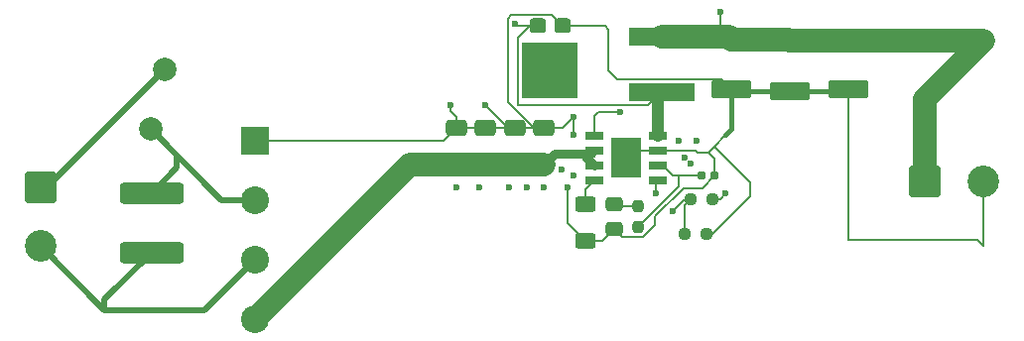
<source format=gbr>
%TF.GenerationSoftware,KiCad,Pcbnew,9.0.6*%
%TF.CreationDate,2025-11-14T16:09:11+05:30*%
%TF.ProjectId,fiveV_2A_LPS,66697665-565f-4324-915f-4c50532e6b69,rev?*%
%TF.SameCoordinates,Original*%
%TF.FileFunction,Copper,L1,Top*%
%TF.FilePolarity,Positive*%
%FSLAX46Y46*%
G04 Gerber Fmt 4.6, Leading zero omitted, Abs format (unit mm)*
G04 Created by KiCad (PCBNEW 9.0.6) date 2025-11-14 16:09:11*
%MOMM*%
%LPD*%
G01*
G04 APERTURE LIST*
G04 Aperture macros list*
%AMRoundRect*
0 Rectangle with rounded corners*
0 $1 Rounding radius*
0 $2 $3 $4 $5 $6 $7 $8 $9 X,Y pos of 4 corners*
0 Add a 4 corners polygon primitive as box body*
4,1,4,$2,$3,$4,$5,$6,$7,$8,$9,$2,$3,0*
0 Add four circle primitives for the rounded corners*
1,1,$1+$1,$2,$3*
1,1,$1+$1,$4,$5*
1,1,$1+$1,$6,$7*
1,1,$1+$1,$8,$9*
0 Add four rect primitives between the rounded corners*
20,1,$1+$1,$2,$3,$4,$5,0*
20,1,$1+$1,$4,$5,$6,$7,0*
20,1,$1+$1,$6,$7,$8,$9,0*
20,1,$1+$1,$8,$9,$2,$3,0*%
G04 Aperture macros list end*
%TA.AperFunction,Conductor*%
%ADD10C,0.200000*%
%TD*%
%TA.AperFunction,SMDPad,CuDef*%
%ADD11RoundRect,0.250000X0.650000X-0.412500X0.650000X0.412500X-0.650000X0.412500X-0.650000X-0.412500X0*%
%TD*%
%TA.AperFunction,SMDPad,CuDef*%
%ADD12RoundRect,0.237500X0.250000X0.237500X-0.250000X0.237500X-0.250000X-0.237500X0.250000X-0.237500X0*%
%TD*%
%TA.AperFunction,SMDPad,CuDef*%
%ADD13RoundRect,0.250000X-0.625000X0.400000X-0.625000X-0.400000X0.625000X-0.400000X0.625000X0.400000X0*%
%TD*%
%TA.AperFunction,ComponentPad*%
%ADD14RoundRect,0.250001X-1.099999X1.099999X-1.099999X-1.099999X1.099999X-1.099999X1.099999X1.099999X0*%
%TD*%
%TA.AperFunction,ComponentPad*%
%ADD15C,2.700000*%
%TD*%
%TA.AperFunction,SMDPad,CuDef*%
%ADD16RoundRect,0.317500X-0.382500X-0.317500X0.382500X-0.317500X0.382500X0.317500X-0.382500X0.317500X0*%
%TD*%
%TA.AperFunction,SMDPad,CuDef*%
%ADD17R,4.800000X4.720000*%
%TD*%
%TA.AperFunction,SMDPad,CuDef*%
%ADD18RoundRect,0.237500X0.237500X-0.250000X0.237500X0.250000X-0.237500X0.250000X-0.237500X-0.250000X0*%
%TD*%
%TA.AperFunction,ComponentPad*%
%ADD19RoundRect,0.250001X-1.099999X-1.099999X1.099999X-1.099999X1.099999X1.099999X-1.099999X1.099999X0*%
%TD*%
%TA.AperFunction,SMDPad,CuDef*%
%ADD20RoundRect,0.155000X-0.212500X-0.155000X0.212500X-0.155000X0.212500X0.155000X-0.212500X0.155000X0*%
%TD*%
%TA.AperFunction,SMDPad,CuDef*%
%ADD21RoundRect,0.250000X-1.450000X0.537500X-1.450000X-0.537500X1.450000X-0.537500X1.450000X0.537500X0*%
%TD*%
%TA.AperFunction,SMDPad,CuDef*%
%ADD22R,5.700000X1.600000*%
%TD*%
%TA.AperFunction,SMDPad,CuDef*%
%ADD23RoundRect,0.250000X-0.475000X0.337500X-0.475000X-0.337500X0.475000X-0.337500X0.475000X0.337500X0*%
%TD*%
%TA.AperFunction,SMDPad,CuDef*%
%ADD24R,1.522000X0.700000*%
%TD*%
%TA.AperFunction,SMDPad,CuDef*%
%ADD25R,2.500000X3.500000*%
%TD*%
%TA.AperFunction,SMDPad,CuDef*%
%ADD26RoundRect,0.250000X2.450000X-0.650000X2.450000X0.650000X-2.450000X0.650000X-2.450000X-0.650000X0*%
%TD*%
%TA.AperFunction,ComponentPad*%
%ADD27C,2.010000*%
%TD*%
%TA.AperFunction,ComponentPad*%
%ADD28R,2.385000X2.385000*%
%TD*%
%TA.AperFunction,ComponentPad*%
%ADD29C,2.385000*%
%TD*%
%TA.AperFunction,SMDPad,CuDef*%
%ADD30RoundRect,0.237500X-0.250000X-0.237500X0.250000X-0.237500X0.250000X0.237500X-0.250000X0.237500X0*%
%TD*%
%TA.AperFunction,ViaPad*%
%ADD31C,0.250000*%
%TD*%
%TA.AperFunction,ViaPad*%
%ADD32C,0.600000*%
%TD*%
%TA.AperFunction,Conductor*%
%ADD33C,0.800000*%
%TD*%
%TA.AperFunction,Conductor*%
%ADD34C,2.000000*%
%TD*%
%TA.AperFunction,Conductor*%
%ADD35C,0.500000*%
%TD*%
%TA.AperFunction,Conductor*%
%ADD36C,0.400000*%
%TD*%
%TA.AperFunction,Conductor*%
%ADD37C,1.000000*%
%TD*%
G04 APERTURE END LIST*
D10*
%TO.N,+5V*%
X232500000Y-93000000D02*
X233500000Y-93000000D01*
X236500000Y-93000000D02*
X239000000Y-93000000D01*
%TD*%
D11*
%TO.P,C2,1*%
%TO.N,+VDC*%
X209500000Y-103562500D03*
%TO.P,C2,2*%
%TO.N,GND*%
X209500000Y-100437500D03*
%TD*%
%TO.P,C3,1*%
%TO.N,+VDC*%
X217000000Y-103562500D03*
%TO.P,C3,2*%
%TO.N,GND*%
X217000000Y-100437500D03*
%TD*%
D12*
%TO.P,R3,1*%
%TO.N,+5V*%
X231325000Y-106500000D03*
%TO.P,R3,2*%
%TO.N,Net-(IC1-FB)*%
X229500000Y-106500000D03*
%TD*%
D13*
%TO.P,R1,1*%
%TO.N,Net-(IC1-RT{slash}SYNC)*%
X220500000Y-106950000D03*
%TO.P,R1,2*%
%TO.N,GND*%
X220500000Y-110050000D03*
%TD*%
D14*
%TO.P,J1,1,Pin_1*%
%TO.N,Net-(J1-Pin_1)*%
X174000000Y-105500000D03*
D15*
%TO.P,J1,2,Pin_2*%
%TO.N,NEUT*%
X174000000Y-110500000D03*
%TD*%
D16*
%TO.P,D1,1,K*%
%TO.N,Net-(D1-K)*%
X216460000Y-91735000D03*
%TO.P,D1,2,A*%
%TO.N,GND*%
X218540000Y-91735000D03*
D17*
%TO.P,D1,3*%
%TO.N,N/C*%
X217500000Y-95540000D03*
%TD*%
D18*
%TO.P,R2,1*%
%TO.N,Net-(IC1-COMP)*%
X225000000Y-108912500D03*
%TO.P,R2,2*%
%TO.N,Net-(C6-Pad1)*%
X225000000Y-107087500D03*
%TD*%
D19*
%TO.P,J2,1,Pin_1*%
%TO.N,+5V*%
X249500000Y-105000000D03*
D15*
%TO.P,J2,2,Pin_2*%
%TO.N,GND*%
X254500000Y-105000000D03*
%TD*%
D20*
%TO.P,C7,1*%
%TO.N,Net-(IC1-COMP)*%
X230432500Y-104500000D03*
%TO.P,C7,2*%
%TO.N,GND*%
X231567500Y-104500000D03*
%TD*%
D11*
%TO.P,C5,1*%
%TO.N,+VDC*%
X212000000Y-103562500D03*
%TO.P,C5,2*%
%TO.N,GND*%
X212000000Y-100437500D03*
%TD*%
D21*
%TO.P,C10,1*%
%TO.N,+5V*%
X243000000Y-92862500D03*
%TO.P,C10,2*%
%TO.N,GND*%
X243000000Y-97137500D03*
%TD*%
D22*
%TO.P,L1,1,1*%
%TO.N,Net-(D1-K)*%
X227000000Y-97350000D03*
%TO.P,L1,2,2*%
%TO.N,+5V*%
X227000000Y-92650000D03*
%TD*%
D23*
%TO.P,C6,1*%
%TO.N,Net-(C6-Pad1)*%
X223000000Y-106962500D03*
%TO.P,C6,2*%
%TO.N,GND*%
X223000000Y-109037500D03*
%TD*%
D24*
%TO.P,IC1,1,BOOT*%
%TO.N,Net-(IC1-BOOT)*%
X221286000Y-101095000D03*
%TO.P,IC1,2,VIN*%
%TO.N,+VDC*%
X221286000Y-102365000D03*
%TO.P,IC1,3,EN*%
X221286000Y-103635000D03*
%TO.P,IC1,4,RT/SYNC*%
%TO.N,Net-(IC1-RT{slash}SYNC)*%
X221286000Y-104905000D03*
%TO.P,IC1,5,FB*%
%TO.N,Net-(IC1-FB)*%
X226714000Y-104905000D03*
%TO.P,IC1,6,COMP*%
%TO.N,Net-(IC1-COMP)*%
X226714000Y-103635000D03*
%TO.P,IC1,7,GND_1*%
%TO.N,GND*%
X226714000Y-102365000D03*
%TO.P,IC1,8,SW*%
%TO.N,Net-(D1-K)*%
X226714000Y-101095000D03*
D25*
%TO.P,IC1,9,GND_2*%
%TO.N,GND*%
X224000000Y-103000000D03*
%TD*%
D26*
%TO.P,C1,1*%
%TO.N,NEUT*%
X183500000Y-111100000D03*
%TO.P,C1,2*%
%TO.N,AC*%
X183500000Y-106000000D03*
%TD*%
D21*
%TO.P,C8,1*%
%TO.N,+5V*%
X233000000Y-92862500D03*
%TO.P,C8,2*%
%TO.N,GND*%
X233000000Y-97137500D03*
%TD*%
D11*
%TO.P,C4,1*%
%TO.N,+VDC*%
X214500000Y-103562500D03*
%TO.P,C4,2*%
%TO.N,GND*%
X214500000Y-100437500D03*
%TD*%
D27*
%TO.P,F1,1*%
%TO.N,Net-(J1-Pin_1)*%
X184600000Y-95450000D03*
%TO.P,F1,2*%
%TO.N,AC*%
X183400000Y-100550000D03*
%TD*%
D28*
%TO.P,BR1,1,-*%
%TO.N,GND*%
X192346000Y-101500000D03*
D29*
%TO.P,BR1,2,~_1*%
%TO.N,AC*%
X192346000Y-106580000D03*
%TO.P,BR1,3,~_2*%
%TO.N,NEUT*%
X192346000Y-111660000D03*
%TO.P,BR1,4,+*%
%TO.N,+VDC*%
X192346000Y-116740000D03*
%TD*%
D30*
%TO.P,R4,1*%
%TO.N,Net-(IC1-FB)*%
X229000000Y-109510000D03*
%TO.P,R4,2*%
%TO.N,GND*%
X230825000Y-109510000D03*
%TD*%
D21*
%TO.P,C9,1*%
%TO.N,+5V*%
X238000000Y-93000000D03*
%TO.P,C9,2*%
%TO.N,GND*%
X238000000Y-97275000D03*
%TD*%
D31*
%TO.N,GND*%
X224500000Y-102000000D03*
X223500000Y-102000000D03*
D32*
X219500000Y-101000000D03*
X209000000Y-98500000D03*
X219500000Y-104500000D03*
X219500000Y-99500000D03*
X217000000Y-105500000D03*
X219000000Y-105500000D03*
D31*
X223500000Y-102500000D03*
D32*
X228500000Y-101500000D03*
X214000000Y-105500000D03*
X219500000Y-99500000D03*
X212000000Y-98500000D03*
X209500000Y-105500000D03*
D31*
X223500000Y-103000000D03*
D32*
X229000000Y-103000000D03*
X215500000Y-105500000D03*
D31*
X224500000Y-102500000D03*
D32*
X211500000Y-105500000D03*
D31*
X224500000Y-103000000D03*
D32*
X218500000Y-104000000D03*
X229500000Y-103500000D03*
X230000000Y-101500000D03*
%TO.N,+5V*%
X232000000Y-90500000D03*
X232500000Y-106000000D03*
%TO.N,Net-(D1-K)*%
X214500000Y-91500000D03*
%TO.N,Net-(IC1-BOOT)*%
X223500000Y-99066000D03*
%TO.N,Net-(IC1-FB)*%
X228000000Y-107500000D03*
X226500000Y-106000000D03*
%TD*%
D33*
%TO.N,+VDC*%
X217916500Y-102646000D02*
X220500000Y-102646000D01*
D34*
X192346000Y-116740000D02*
X205523500Y-103562500D01*
X205523500Y-103562500D02*
X212000000Y-103562500D01*
D33*
X220500000Y-102646000D02*
X220500000Y-102849000D01*
D34*
X214500000Y-103562500D02*
X217000000Y-103562500D01*
D33*
X220500000Y-102849000D02*
X221286000Y-103635000D01*
X217916500Y-102646000D02*
X217000000Y-103562500D01*
X220500000Y-102646000D02*
X221005000Y-102646000D01*
D34*
X212000000Y-103562500D02*
X214500000Y-103562500D01*
D35*
%TO.N,NEUT*%
X174000000Y-110500000D02*
X179500000Y-116000000D01*
X179500000Y-115100000D02*
X179500000Y-116000000D01*
X179500000Y-116000000D02*
X188006000Y-116000000D01*
X188006000Y-116000000D02*
X192346000Y-111660000D01*
X183500000Y-111100000D02*
X179500000Y-115100000D01*
%TO.N,AC*%
X189430000Y-106580000D02*
X192346000Y-106580000D01*
D10*
X183400000Y-100550000D02*
X185675000Y-102825000D01*
D35*
X185675000Y-102825000D02*
X185675000Y-103825000D01*
D10*
X185675000Y-102825000D02*
X186000000Y-103150000D01*
D35*
X183400000Y-100550000D02*
X189430000Y-106580000D01*
X185675000Y-103825000D02*
X183500000Y-106000000D01*
D10*
%TO.N,GND*%
X220500000Y-110050000D02*
X221987500Y-110050000D01*
X232111500Y-96249000D02*
X233000000Y-97137500D01*
D36*
X238000000Y-97275000D02*
X242862500Y-97275000D01*
D10*
X243000000Y-110000000D02*
X254000000Y-110000000D01*
X230067500Y-102500000D02*
X231000000Y-102500000D01*
X224026000Y-103026000D02*
X224000000Y-103000000D01*
X214500000Y-100437500D02*
X217000000Y-100437500D01*
X224635000Y-102365000D02*
X224000000Y-103000000D01*
X218500000Y-92000000D02*
X219000000Y-92000000D01*
X219500000Y-101000000D02*
X219500000Y-99500000D01*
X231500000Y-102000000D02*
X232500000Y-101000000D01*
X212000000Y-98500000D02*
X213937500Y-100437500D01*
X213899000Y-91101000D02*
X214201000Y-90799000D01*
X208437500Y-101500000D02*
X209500000Y-100437500D01*
X242862500Y-97275000D02*
X243000000Y-97137500D01*
X229932500Y-102365000D02*
X226714000Y-102365000D01*
X233637500Y-97137500D02*
X233775000Y-97275000D01*
X231567500Y-103067500D02*
X231000000Y-102500000D01*
X231339943Y-109510000D02*
X234601000Y-106248943D01*
X223663500Y-109701000D02*
X223000000Y-109037500D01*
X216100000Y-100437500D02*
X213899000Y-98236500D01*
X226479600Y-108000000D02*
X226479600Y-108688534D01*
X221987500Y-110050000D02*
X223000000Y-109037500D01*
X219500000Y-99500000D02*
X218562500Y-100437500D01*
X219000000Y-108550000D02*
X220500000Y-110050000D01*
X231567500Y-104500000D02*
X230488900Y-105578600D01*
X192346000Y-101500000D02*
X208437500Y-101500000D01*
X223249000Y-96249000D02*
X222500000Y-95500000D01*
X213899000Y-98236500D02*
X213899000Y-91101000D01*
X226479600Y-108688534D02*
X225467134Y-109701000D01*
X222500000Y-92000000D02*
X222235000Y-91735000D01*
X219000000Y-105500000D02*
X219000000Y-108550000D01*
D36*
X233000000Y-100500000D02*
X232500000Y-101000000D01*
D10*
X217000000Y-100437500D02*
X216100000Y-100437500D01*
X228901000Y-105578600D02*
X226479600Y-108000000D01*
X217604000Y-90799000D02*
X218540000Y-91735000D01*
X254500000Y-110500000D02*
X254500000Y-105000000D01*
X225467134Y-109701000D02*
X223663500Y-109701000D01*
X230825000Y-109510000D02*
X231339943Y-109510000D01*
X218562500Y-100437500D02*
X217000000Y-100437500D01*
X223249000Y-96249000D02*
X232111500Y-96249000D01*
X230067500Y-102500000D02*
X229932500Y-102365000D01*
X209500000Y-100437500D02*
X212000000Y-100437500D01*
X231000000Y-102500000D02*
X231500000Y-102000000D01*
X231567500Y-104500000D02*
X231567500Y-103067500D01*
X233000000Y-97137500D02*
X233637500Y-97137500D01*
X230488900Y-105578600D02*
X228901000Y-105578600D01*
X243000000Y-97137500D02*
X243000000Y-110000000D01*
X226714000Y-102365000D02*
X224635000Y-102365000D01*
X234601000Y-105101000D02*
X231500000Y-102000000D01*
D36*
X233775000Y-97275000D02*
X238000000Y-97275000D01*
D10*
X209000000Y-98500000D02*
X209000000Y-99000000D01*
X213937500Y-100437500D02*
X214500000Y-100437500D01*
X254000000Y-110000000D02*
X254500000Y-110500000D01*
X209000000Y-99000000D02*
X209500000Y-99500000D01*
X212000000Y-100437500D02*
X214500000Y-100437500D01*
X234601000Y-106248943D02*
X234601000Y-105101000D01*
X222235000Y-91735000D02*
X218540000Y-91735000D01*
X222500000Y-95500000D02*
X222500000Y-92000000D01*
D36*
X233000000Y-97137500D02*
X233000000Y-100500000D01*
D10*
X209500000Y-99500000D02*
X209500000Y-100437500D01*
X214201000Y-90799000D02*
X217604000Y-90799000D01*
%TO.N,Net-(C6-Pad1)*%
X223125000Y-107087500D02*
X223000000Y-106962500D01*
X225000000Y-107087500D02*
X223125000Y-107087500D01*
%TO.N,Net-(IC1-COMP)*%
X228500000Y-104500000D02*
X230432500Y-104500000D01*
X225000000Y-108912500D02*
X228500000Y-105412500D01*
X226714000Y-103635000D02*
X227135000Y-103635000D01*
X228000000Y-104500000D02*
X228500000Y-104500000D01*
X228500000Y-105412500D02*
X228500000Y-104500000D01*
X227135000Y-103635000D02*
X228000000Y-104500000D01*
%TO.N,+5V*%
X232787500Y-92650000D02*
X233000000Y-92862500D01*
D34*
X241000000Y-93000000D02*
X242862500Y-93000000D01*
X227000000Y-92650000D02*
X232787500Y-92650000D01*
D10*
X242862500Y-93000000D02*
X243000000Y-92862500D01*
D34*
X238000000Y-93000000D02*
X241000000Y-93000000D01*
X254500000Y-93000000D02*
X249500000Y-98000000D01*
D10*
X232000000Y-91862500D02*
X232787500Y-92650000D01*
D34*
X233000000Y-92862500D02*
X237862500Y-92862500D01*
D10*
X237862500Y-92862500D02*
X238000000Y-93000000D01*
D34*
X249500000Y-98000000D02*
X249500000Y-105000000D01*
X241000000Y-93000000D02*
X254500000Y-93000000D01*
D10*
X231325000Y-106500000D02*
X232000000Y-106500000D01*
X232000000Y-90500000D02*
X232000000Y-91862500D01*
X232000000Y-106500000D02*
X232500000Y-106000000D01*
%TO.N,Net-(D1-K)*%
X214759000Y-98466000D02*
X214759000Y-92741000D01*
X226428000Y-97922000D02*
X227000000Y-97350000D01*
X227000000Y-97350000D02*
X225884000Y-98466000D01*
X214759000Y-92741000D02*
X215765000Y-91735000D01*
X226714000Y-97636000D02*
X227000000Y-97350000D01*
X215765000Y-91735000D02*
X216460000Y-91735000D01*
X225884000Y-98466000D02*
X214759000Y-98466000D01*
X214735000Y-91735000D02*
X214500000Y-91500000D01*
X216460000Y-91735000D02*
X214735000Y-91735000D01*
D37*
X226714000Y-101095000D02*
X226714000Y-97636000D01*
D10*
X216420000Y-92000000D02*
X215903000Y-92000000D01*
%TO.N,Net-(IC1-BOOT)*%
X221664000Y-99066000D02*
X221286000Y-99444000D01*
X223500000Y-99066000D02*
X221664000Y-99066000D01*
X221286000Y-99444000D02*
X221286000Y-101095000D01*
D35*
%TO.N,Net-(J1-Pin_1)*%
X174550000Y-105500000D02*
X184600000Y-95450000D01*
D10*
X174000000Y-105500000D02*
X174550000Y-105500000D01*
%TO.N,Net-(IC1-FB)*%
X229000000Y-107000000D02*
X229500000Y-106500000D01*
X229500000Y-106500000D02*
X229000000Y-106500000D01*
X229000000Y-109510000D02*
X229000000Y-107000000D01*
X226500000Y-106000000D02*
X226500000Y-105119000D01*
X226500000Y-105119000D02*
X226714000Y-104905000D01*
X229000000Y-106500000D02*
X228000000Y-107500000D01*
%TO.N,Net-(IC1-RT{slash}SYNC)*%
X220500000Y-106950000D02*
X220500000Y-105691000D01*
X220500000Y-105691000D02*
X221286000Y-104905000D01*
%TD*%
M02*

</source>
